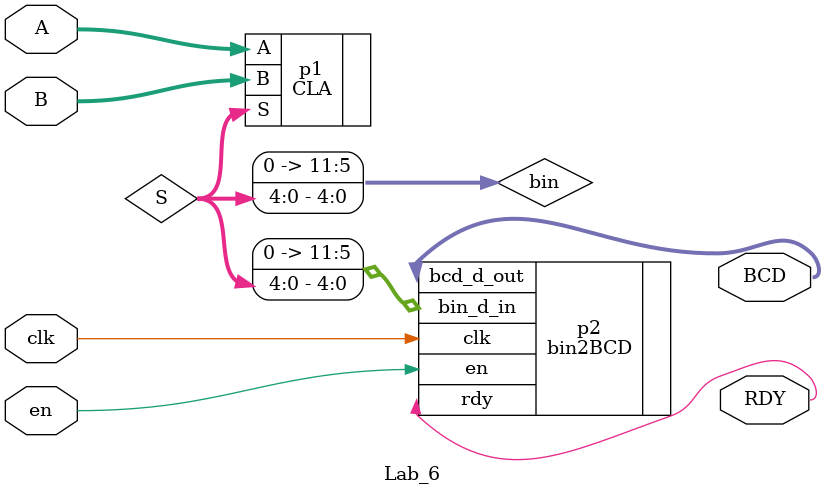
<source format=v>
`timescale 1ns / 1ps


module Lab_6(
    input clk,
    input en,
    input [3:0] A,
    input [3:0] B,
    output [15:0] BCD,
    output RDY
    );
    
    wire [4:0] S;
    wire [11:0] bin;
    
    CLA p1(.A(A),.B(B),.S(S));
    
    assign bin = {7'b0,S};
    
    bin2BCD p2(.clk(clk), .en(en),.bin_d_in(bin),.bcd_d_out(BCD),.rdy(RDY));
endmodule

</source>
